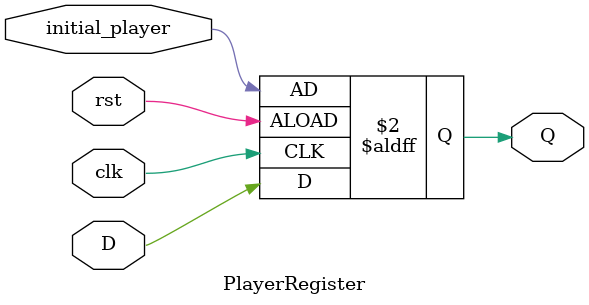
<source format=sv>
module PlayerRegister (
	input logic clk,
	input logic rst,
	input logic initial_player,
	input logic D,
	output logic Q
);

	always_ff @(negedge clk or posedge rst) begin
		if (rst) Q <= initial_player;
		else Q <= D;
	end

endmodule

</source>
